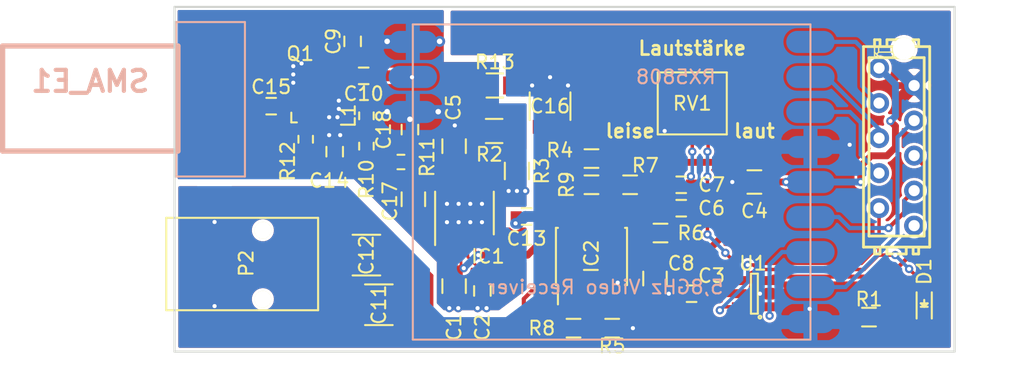
<source format=kicad_pcb>
(kicad_pcb (version 4) (host pcbnew "(2016-03-18 BZR 6629)-product")
  (title_block (title "Diversity-Modul für den RX5823") (date 2016-04-13) (rev 0.1))
  (layers (0 F.Cu signal) (31 B.Cu signal) (34 B.Paste user) (35 F.Paste user) (36 B.SilkS user) (37 F.SilkS user) (38 B.Mask user) (39 F.Mask user) (44 Edge.Cuts user))
  (net 0 "")
  (net 1 +5V)
  (net 2 GNDA)
  (net 3 "Net-(C2-Pad1)")
  (net 4 GND)
  (net 5 /+3,0V)
  (net 6 "Net-(C6-Pad1)")
  (net 7 "Net-(C6-Pad2)")
  (net 8 "Net-(C7-Pad1)")
  (net 9 "Net-(C8-Pad1)")
  (net 10 "Net-(C10-Pad1)")
  (net 11 "Net-(C10-Pad2)")
  (net 12 "Net-(C11-Pad1)")
  (net 13 "Net-(C11-Pad2)")
  (net 14 "Net-(C12-Pad1)")
  (net 15 "Net-(C12-Pad2)")
  (net 16 "Net-(C14-Pad2)")
  (net 17 "Net-(C15-Pad1)")
  (net 18 "Net-(C15-Pad2)")
  (net 19 /switch)
  (net 20 "Net-(D1-Pad1)")
  (net 21 "Net-(IC1-Pad8)")
  (net 22 "Net-(IC1-Pad9)")
  (net 23 "Net-(IC2-Pad6)")
  (net 24 "Net-(L1-Pad1)")
  (net 25 /data)
  (net 26 /video2)
  (net 27 /ss)
  (net 28 /audio1)
  (net 29 /clk)
  (net 30 /rssi)
  (net 31 "Net-(P1-Pad10)")
  (net 32 "Net-(RV1-Pad1)")
  (net 33 "Net-(U1-Pad1)")
  (module Capacitors_SMD:C_0805 (layer F.Cu) (at 112.25 100.25 270)
    (fp_text reference C1 (at 3 0 270) (layer F.SilkS))
    (fp_text value 10u)
    (pad 1 smd rect (at -1 0 270) (size 1 1.25) (layers F.Cu F.Paste F.Mask) (net 1 +5V))
    (pad 2 smd rect (at 1 0 270) (size 1 1.25) (layers F.Cu F.Paste F.Mask) (net 2 GNDA))
  )
  (module Capacitors_SMD:C_0603 (layer F.Cu) (at 114.3 100.6 270)
    (fp_text reference C2 (at 2.65 0 270) (layer F.SilkS))
    (fp_text value 10n)
    (pad 1 smd rect (at -0.75 0 270) (size 0.8 0.75) (layers F.Cu F.Paste F.Mask) (net 3 "Net-(C2-Pad1)"))
    (pad 2 smd rect (at 0.75 0 270) (size 0.8 0.75) (layers F.Cu F.Paste F.Mask) (net 2 GNDA))
  )
  (module Capacitors_SMD:C_0603 (layer F.Cu) (at 129.45 100.8 180)
    (fp_text reference C3 (at -1.45 1.3 180) (layer F.SilkS))
    (fp_text value 100n)
    (pad 1 smd rect (at -0.75 0 180) (size 0.8 0.75) (layers F.Cu F.Paste F.Mask) (net 1 +5V))
    (pad 2 smd rect (at 0.75 0 180) (size 0.8 0.75) (layers F.Cu F.Paste F.Mask) (net 4 GND))
  )
  (module Capacitors_SMD:C_0805 (layer F.Cu) (at 134 92.7 180)
    (fp_text reference C4 (at 0 -2.1 180) (layer F.SilkS))
    (fp_text value 10u)
    (pad 1 smd rect (at -1 0 180) (size 1 1.25) (layers F.Cu F.Paste F.Mask) (net 1 +5V))
    (pad 2 smd rect (at 1 0 180) (size 1 1.25) (layers F.Cu F.Paste F.Mask) (net 4 GND))
  )
  (module Capacitors_SMD:C_0805 (layer F.Cu) (at 112.25 90.1 90)
    (fp_text reference C5 (at 2.8 -0.05 90) (layer F.SilkS))
    (fp_text value 10u)
    (pad 1 smd rect (at -1 0 90) (size 1 1.25) (layers F.Cu F.Paste F.Mask) (net 5 /+3,0V))
    (pad 2 smd rect (at 1 0 90) (size 1 1.25) (layers F.Cu F.Paste F.Mask) (net 2 GNDA))
  )
  (module Capacitors_SMD:C_0603 (layer F.Cu) (at 128.7 94.6)
    (fp_text reference C6 (at 2.2 0) (layer F.SilkS))
    (fp_text value 1u)
    (pad 1 smd rect (at -0.75 0) (size 0.8 0.75) (layers F.Cu F.Paste F.Mask) (net 6 "Net-(C6-Pad1)"))
    (pad 2 smd rect (at 0.75 0) (size 0.8 0.75) (layers F.Cu F.Paste F.Mask) (net 7 "Net-(C6-Pad2)"))
  )
  (module Capacitors_SMD:C_0603 (layer F.Cu) (at 128.7 92.9)
    (fp_text reference C7 (at 2.2 0) (layer F.SilkS))
    (fp_text value 1u)
    (pad 1 smd rect (at -0.75 0) (size 0.8 0.75) (layers F.Cu F.Paste F.Mask) (net 8 "Net-(C7-Pad1)"))
    (pad 2 smd rect (at 0.75 0) (size 0.8 0.75) (layers F.Cu F.Paste F.Mask) (net 7 "Net-(C6-Pad2)"))
  )
  (module Capacitors_SMD:C_0805 (layer F.Cu) (at 126.8 99.7 270)
    (fp_text reference C8 (at -1.1 -1.9 360) (layer F.SilkS))
    (fp_text value 22u)
    (pad 1 smd rect (at -1 0 270) (size 1 1.25) (layers F.Cu F.Paste F.Mask) (net 9 "Net-(C8-Pad1)"))
    (pad 2 smd rect (at 1 0 270) (size 1 1.25) (layers F.Cu F.Paste F.Mask) (net 4 GND))
  )
  (module Capacitors_SMD:C_0603 (layer F.Cu) (at 104.9 82.5 90)
    (fp_text reference C9 (at 0 -1.4 90) (layer F.SilkS))
    (fp_text value 1p)
    (pad 1 smd rect (at -0.75 0 90) (size 0.8 0.75) (layers F.Cu F.Paste F.Mask) (net 10 "Net-(C10-Pad1)"))
    (pad 2 smd rect (at 0.75 0 90) (size 0.8 0.75) (layers F.Cu F.Paste F.Mask) (net 2 GNDA))
  )
  (module Capacitors_SMD:C_0603 (layer F.Cu) (at 105.7 85)
    (fp_text reference C10 (at 0 1.3) (layer F.SilkS))
    (fp_text value 1p)
    (pad 1 smd rect (at -0.75 0) (size 0.8 0.75) (layers F.Cu F.Paste F.Mask) (net 10 "Net-(C10-Pad1)"))
    (pad 2 smd rect (at 0.75 0) (size 0.8 0.75) (layers F.Cu F.Paste F.Mask) (net 11 "Net-(C10-Pad2)"))
  )
  (module Capacitors_SMD:C_1210 (layer F.Cu) (at 106.8 101.6 180)
    (fp_text reference C11 (at 0 0 270) (layer F.SilkS))
    (fp_text value 100µ)
    (pad 1 smd rect (at -1.5 0 180) (size 1 2.5) (layers F.Cu F.Paste F.Mask) (net 12 "Net-(C11-Pad1)"))
    (pad 2 smd rect (at 1.5 0 180) (size 1 2.5) (layers F.Cu F.Paste F.Mask) (net 13 "Net-(C11-Pad2)"))
  )
  (module Capacitors_SMD:C_1210 (layer F.Cu) (at 105.9 98 180)
    (fp_text reference C12 (at 0 0 270) (layer F.SilkS))
    (fp_text value 100µ)
    (pad 1 smd rect (at -1.5 0 180) (size 1 2.5) (layers F.Cu F.Paste F.Mask) (net 14 "Net-(C12-Pad1)"))
    (pad 2 smd rect (at 1.5 0 180) (size 1 2.5) (layers F.Cu F.Paste F.Mask) (net 15 "Net-(C12-Pad2)"))
  )
  (module Capacitors_SMD:C_0603 (layer F.Cu) (at 117.5 95.2 180)
    (fp_text reference C13 (at 0 -1.6 180) (layer F.SilkS))
    (fp_text value 100n)
    (pad 1 smd rect (at -0.75 0 180) (size 0.8 0.75) (layers F.Cu F.Paste F.Mask) (net 1 +5V))
    (pad 2 smd rect (at 0.75 0 180) (size 0.8 0.75) (layers F.Cu F.Paste F.Mask) (net 4 GND))
  )
  (module Capacitors_SMD:C_0603 (layer F.Cu) (at 103.6 90.5 270)
    (fp_text reference C14 (at 2.1 0.4 360) (layer F.SilkS))
    (fp_text value 33pF)
    (pad 1 smd rect (at -0.75 0 270) (size 0.8 0.75) (layers F.Cu F.Paste F.Mask) (net 2 GNDA))
    (pad 2 smd rect (at 0.75 0 270) (size 0.8 0.75) (layers F.Cu F.Paste F.Mask) (net 16 "Net-(C14-Pad2)"))
  )
  (module Capacitors_SMD:C_0603 (layer F.Cu) (at 99 87.2)
    (fp_text reference C15 (at 0 -1.4) (layer F.SilkS))
    (fp_text value 22p)
    (pad 1 smd rect (at -0.75 0) (size 0.8 0.75) (layers F.Cu F.Paste F.Mask) (net 17 "Net-(C15-Pad1)"))
    (pad 2 smd rect (at 0.75 0) (size 0.8 0.75) (layers F.Cu F.Paste F.Mask) (net 18 "Net-(C15-Pad2)"))
  )
  (module Capacitors_SMD:C_1210 (layer F.Cu) (at 119.2 87.2 90)
    (fp_text reference C16 (at 0 0 180) (layer F.SilkS))
    (fp_text value 100µ)
    (pad 1 smd rect (at -1.5 0 90) (size 1 2.5) (layers F.Cu F.Paste F.Mask) (net 1 +5V))
    (pad 2 smd rect (at 1.5 0 90) (size 1 2.5) (layers F.Cu F.Paste F.Mask) (net 4 GND))
  )
  (module Capacitors_SMD:C_0805 (layer F.Cu) (at 109.3 93.95 270)
    (fp_text reference C17 (at 0.15 1.7 270) (layer F.SilkS))
    (fp_text value 10u)
    (pad 1 smd rect (at -1 0 270) (size 1 1.25) (layers F.Cu F.Paste F.Mask) (net 5 /+3,0V))
    (pad 2 smd rect (at 1 0 270) (size 1 1.25) (layers F.Cu F.Paste F.Mask) (net 2 GNDA))
  )
  (module Capacitors_SMD:C_0603 (layer F.Cu) (at 109.05 88.9 90)
    (fp_text reference C18 (at 0 -1.9 90) (layer F.SilkS))
    (fp_text value 100n)
    (pad 1 smd rect (at -0.75 0 90) (size 0.8 0.75) (layers F.Cu F.Paste F.Mask) (net 5 /+3,0V))
    (pad 2 smd rect (at 0.75 0 90) (size 0.8 0.75) (layers F.Cu F.Paste F.Mask) (net 2 GNDA))
  )
  (module LEDs:LED_0603 (layer F.Cu) (at 146.3 101.5 90)
    (fp_text reference D1 (at 2.3 0 90) (layer F.SilkS))
    (fp_text value red)
    (pad 2 smd rect (at 0.7493 0 270) (size 0.79756 0.79756) (layers F.Cu F.Paste F.Mask) (net 19 /switch))
    (pad 1 smd rect (at -0.7493 0 270) (size 0.79756 0.79756) (layers F.Cu F.Paste F.Mask) (net 20 "Net-(D1-Pad1)"))
  )
  (module Housings_DFN_QFN:DFN-12-1EP_4x4mm_Pitch0.5mm (layer F.Cu) (at 113 94.95 90)
    (fp_text reference IC1 (at -3.15 1.7 180) (layer F.SilkS))
    (fp_text value LP38798)
    (pad 1 smd rect (at -1.9 -1.25 90) (size 0.7 0.25) (layers F.Cu F.Paste F.Mask) (net 1 +5V))
    (pad 2 smd rect (at -1.9 -0.75 90) (size 0.7 0.25) (layers F.Cu F.Paste F.Mask) (net 1 +5V))
    (pad 3 smd rect (at -1.9 -0.25 90) (size 0.7 0.25) (layers F.Cu F.Paste F.Mask) (net 1 +5V))
    (pad 4 smd rect (at -1.9 0.25 90) (size 0.7 0.25) (layers F.Cu F.Paste F.Mask) (net 3 "Net-(C2-Pad1)"))
    (pad 5 smd rect (at -1.9 0.75 90) (size 0.7 0.25) (layers F.Cu F.Paste F.Mask) (net 1 +5V))
    (pad 6 smd rect (at -1.9 1.25 90) (size 0.7 0.25) (layers F.Cu F.Paste F.Mask) (net 2 GNDA))
    (pad 7 smd rect (at 1.9 1.25 90) (size 0.7 0.25) (layers F.Cu F.Paste F.Mask) (net 2 GNDA))
    (pad 8 smd rect (at 1.9 0.75 90) (size 0.7 0.25) (layers F.Cu F.Paste F.Mask) (net 21 "Net-(IC1-Pad8)"))
    (pad 9 smd rect (at 1.9 0.25 90) (size 0.7 0.25) (layers F.Cu F.Paste F.Mask) (net 22 "Net-(IC1-Pad9)"))
    (pad 10 smd rect (at 1.9 -0.25 90) (size 0.7 0.25) (layers F.Cu F.Paste F.Mask) (net 5 /+3,0V))
    (pad 11 smd rect (at 1.9 -0.75 90) (size 0.7 0.25) (layers F.Cu F.Paste F.Mask) (net 5 /+3,0V))
    (pad 12 smd rect (at 1.9 -1.25 90) (size 0.7 0.25) (layers F.Cu F.Paste F.Mask) (net 5 /+3,0V))
    (pad 13 smd rect (at 0.665 1.2675 90) (size 1.33 0.845) (layers F.Cu F.Paste F.Mask) (net 2 GNDA))
    (pad 13 smd rect (at 0.665 0.4225 90) (size 1.33 0.845) (layers F.Cu F.Paste F.Mask) (net 2 GNDA))
    (pad 13 smd rect (at 0.665 -0.4225 90) (size 1.33 0.845) (layers F.Cu F.Paste F.Mask) (net 2 GNDA))
    (pad 13 smd rect (at 0.665 -1.2675 90) (size 1.33 0.845) (layers F.Cu F.Paste F.Mask) (net 2 GNDA))
    (pad 13 smd rect (at -0.665 1.2675 90) (size 1.33 0.845) (layers F.Cu F.Paste F.Mask) (net 2 GNDA))
    (pad 13 smd rect (at -0.665 0.4225 90) (size 1.33 0.845) (layers F.Cu F.Paste F.Mask) (net 2 GNDA))
    (pad 13 smd rect (at -0.665 -0.4225 90) (size 1.33 0.845) (layers F.Cu F.Paste F.Mask) (net 2 GNDA))
    (pad 13 smd rect (at -0.665 -1.2675 90) (size 1.33 0.845) (layers F.Cu F.Paste F.Mask) (net 2 GNDA))
  )
  (module Housings_SOIC:SOIC-8_3.9x4.9mm_Pitch1.27mm (layer F.Cu) (at 122.2 98.1 90)
    (fp_text reference IC2 (at 0 0 90) (layer F.SilkS))
    (fp_text value TDA1308A)
    (pad 1 smd rect (at -2.7 -1.905 90) (size 1.55 0.6) (layers F.Cu F.Paste F.Mask) (net 12 "Net-(C11-Pad1)"))
    (pad 2 smd rect (at -2.7 -0.635 90) (size 1.55 0.6) (layers F.Cu F.Paste F.Mask) (net 9 "Net-(C8-Pad1)"))
    (pad 3 smd rect (at -2.7 0.635 90) (size 1.55 0.6) (layers F.Cu F.Paste F.Mask) (net 9 "Net-(C8-Pad1)"))
    (pad 4 smd rect (at -2.7 1.905 90) (size 1.55 0.6) (layers F.Cu F.Paste F.Mask) (net 4 GND))
    (pad 5 smd rect (at 2.7 1.905 90) (size 1.55 0.6) (layers F.Cu F.Paste F.Mask) (net 9 "Net-(C8-Pad1)"))
    (pad 6 smd rect (at 2.7 0.635 90) (size 1.55 0.6) (layers F.Cu F.Paste F.Mask) (net 23 "Net-(IC2-Pad6)"))
    (pad 7 smd rect (at 2.7 -0.635 90) (size 1.55 0.6) (layers F.Cu F.Paste F.Mask) (net 14 "Net-(C12-Pad1)"))
    (pad 8 smd rect (at 2.7 -1.905 90) (size 1.55 0.6) (layers F.Cu F.Paste F.Mask) (net 1 +5V))
  )
  (module Resistors_SMD:R_0402 (layer F.Cu) (at 105.9 87.9 90)
    (fp_text reference L1 (at 0 -1.3 90) (layer F.SilkS))
    (fp_text value 1,8nH)
    (pad 1 smd rect (at -0.45 0 90) (size 0.4 0.6) (layers F.Cu F.Paste F.Mask) (net 24 "Net-(L1-Pad1)"))
    (pad 2 smd rect (at 0.45 0 90) (size 0.4 0.6) (layers F.Cu F.Paste F.Mask) (net 10 "Net-(C10-Pad1)"))
  )
  (module PhilippsFootprints:MICROMATCH-10 (layer F.Cu) (at 144.3 90.15 90)
    (fp_text reference P1 hide)
    (fp_text value CONN_02X05)
    (pad 1 thru_hole circle (at 5.715 -1.27 90) (size 1.45 1.45) (drill 0.8128) (layers *.Cu *.Mask) (net 1 +5V))
    (pad 2 thru_hole circle (at 4.445 1.27 90) (size 1.45 1.45) (drill 0.8128) (layers *.Cu *.Mask) (net 4 GND))
    (pad 3 thru_hole circle (at 3.175 -1.27 90) (size 1.45 1.45) (drill 0.8128) (layers *.Cu *.Mask) (net 25 /data))
    (pad 4 thru_hole circle (at 1.905 1.27 90) (size 1.45 1.45) (drill 0.8128) (layers *.Cu *.Mask) (net 26 /video2))
    (pad 5 thru_hole circle (at 0.635 -1.27 90) (size 1.45 1.45) (drill 0.8128) (layers *.Cu *.Mask) (net 27 /ss))
    (pad 6 thru_hole circle (at -0.635 1.27 90) (size 1.45 1.45) (drill 0.8128) (layers *.Cu *.Mask) (net 28 /audio1))
    (pad 7 thru_hole circle (at -1.905 -1.27 90) (size 1.45 1.45) (drill 0.8128) (layers *.Cu *.Mask) (net 29 /clk))
    (pad 8 thru_hole circle (at -3.175 1.27 90) (size 1.45 1.45) (drill 0.8128) (layers *.Cu *.Mask) (net 30 /rssi))
    (pad 9 thru_hole circle (at -4.445 -1.27 90) (size 1.45 1.45) (drill 0.8128) (layers *.Cu *.Mask) (net 19 /switch))
    (pad 10 thru_hole circle (at -5.715 1.27 90) (size 1.45 1.45) (drill 0.8128) (layers *.Cu *.Mask) (net 31 "Net-(P1-Pad10)"))
    (pad "" np_thru_hole circle (at 7.115 0.53 90) (size 1.6 1.6) (drill 1.6) (layers *.Cu *.Mask F.SilkS))
  )
  (module TO_SOT_Packages_SMD:SOT-143 (layer F.Cu) (at 102.3 86.1)
    (fp_text reference Q1 (at -1.2 -2.7) (layer F.SilkS))
    (fp_text value BFP840)
    (pad 1 smd rect (at -0.76962 1.09982) (size 1.19888 1.39954) (layers F.Cu F.Paste F.Mask) (net 18 "Net-(C15-Pad2)"))
    (pad 2 smd rect (at 0.94996 1.09982) (size 1.00076 1.39954) (layers F.Cu F.Paste F.Mask) (net 2 GNDA))
    (pad 3 smd rect (at 0.94996 -1.09982) (size 1.00076 1.39954) (layers F.Cu F.Paste F.Mask) (net 10 "Net-(C10-Pad1)"))
    (pad 4 smd rect (at -0.94996 -1.09982) (size 1.00076 1.39954) (layers F.Cu F.Paste F.Mask) (net 2 GNDA))
  )
  (module Resistors_SMD:R_0603 (layer F.Cu) (at 142.3 102.5 180)
    (fp_text reference R1 (at 0 1.3 180) (layer F.SilkS))
    (fp_text value 220)
    (pad 1 smd rect (at -0.75 0 180) (size 0.5 0.9) (layers F.Cu F.Paste F.Mask) (net 20 "Net-(D1-Pad1)"))
    (pad 2 smd rect (at 0.75 0 180) (size 0.5 0.9) (layers F.Cu F.Paste F.Mask) (net 4 GND))
  )
  (module Resistors_SMD:R_0805 (layer F.Cu) (at 115.15 89)
    (fp_text reference R2 (at -0.35 1.7) (layer F.SilkS))
    (fp_text value "21k 0,1%")
    (pad 1 smd rect (at -0.95 0) (size 0.7 1.3) (layers F.Cu F.Paste F.Mask) (net 22 "Net-(IC1-Pad9)"))
    (pad 2 smd rect (at 0.95 0) (size 0.7 1.3) (layers F.Cu F.Paste F.Mask) (net 21 "Net-(IC1-Pad8)"))
  )
  (module Resistors_SMD:R_0805 (layer F.Cu) (at 116.8 91.9 270)
    (fp_text reference R3 (at 0 -1.8 270) (layer F.SilkS))
    (fp_text value "14k 0,1%")
    (pad 1 smd rect (at -0.95 0 270) (size 0.7 1.3) (layers F.Cu F.Paste F.Mask) (net 21 "Net-(IC1-Pad8)"))
    (pad 2 smd rect (at 0.95 0 270) (size 0.7 1.3) (layers F.Cu F.Paste F.Mask) (net 2 GNDA))
  )
  (module Resistors_SMD:R_0603 (layer F.Cu) (at 122.2 91)
    (fp_text reference R4 (at -2.3 -0.6) (layer F.SilkS))
    (fp_text value 10k)
    (pad 1 smd rect (at -0.75 0) (size 0.5 0.9) (layers F.Cu F.Paste F.Mask) (net 1 +5V))
    (pad 2 smd rect (at 0.75 0) (size 0.5 0.9) (layers F.Cu F.Paste F.Mask) (net 9 "Net-(C8-Pad1)"))
  )
  (module Resistors_SMD:R_0603 (layer F.Cu) (at 123.7 103.3)
    (fp_text reference R5 (at 0 1.3) (layer F.SilkS))
    (fp_text value 10k)
    (pad 1 smd rect (at -0.75 0) (size 0.5 0.9) (layers F.Cu F.Paste F.Mask) (net 9 "Net-(C8-Pad1)"))
    (pad 2 smd rect (at 0.75 0) (size 0.5 0.9) (layers F.Cu F.Paste F.Mask) (net 4 GND))
  )
  (module Resistors_SMD:R_0603 (layer F.Cu) (at 127.2 96.4)
    (fp_text reference R6 (at 2.2 0) (layer F.SilkS))
    (fp_text value 3,9k)
    (pad 1 smd rect (at -0.75 0) (size 0.5 0.9) (layers F.Cu F.Paste F.Mask) (net 9 "Net-(C8-Pad1)"))
    (pad 2 smd rect (at 0.75 0) (size 0.5 0.9) (layers F.Cu F.Paste F.Mask) (net 6 "Net-(C6-Pad1)"))
  )
  (module Resistors_SMD:R_0603 (layer F.Cu) (at 125 92.9)
    (fp_text reference R7 (at 1.1 -1.4) (layer F.SilkS))
    (fp_text value 3,9k)
    (pad 1 smd rect (at -0.75 0) (size 0.5 0.9) (layers F.Cu F.Paste F.Mask) (net 23 "Net-(IC2-Pad6)"))
    (pad 2 smd rect (at 0.75 0) (size 0.5 0.9) (layers F.Cu F.Paste F.Mask) (net 8 "Net-(C7-Pad1)"))
  )
  (module Resistors_SMD:R_0603 (layer F.Cu) (at 120.9 103.3)
    (fp_text reference R8 (at -2.3 0) (layer F.SilkS))
    (fp_text value 39k)
    (pad 1 smd rect (at -0.75 0) (size 0.5 0.9) (layers F.Cu F.Paste F.Mask) (net 12 "Net-(C11-Pad1)"))
    (pad 2 smd rect (at 0.75 0) (size 0.5 0.9) (layers F.Cu F.Paste F.Mask) (net 9 "Net-(C8-Pad1)"))
  )
  (module Resistors_SMD:R_0603 (layer F.Cu) (at 122.2 92.9)
    (fp_text reference R9 (at -1.8 0 90) (layer F.SilkS))
    (fp_text value 39k)
    (pad 1 smd rect (at -0.75 0) (size 0.5 0.9) (layers F.Cu F.Paste F.Mask) (net 14 "Net-(C12-Pad1)"))
    (pad 2 smd rect (at 0.75 0) (size 0.5 0.9) (layers F.Cu F.Paste F.Mask) (net 23 "Net-(IC2-Pad6)"))
  )
  (module Resistors_SMD:R_0402 (layer F.Cu) (at 105.9 90.1 90)
    (fp_text reference R10 (at -2.4 0 90) (layer F.SilkS))
    (fp_text value 51)
    (pad 1 smd rect (at -0.45 0 90) (size 0.4 0.6) (layers F.Cu F.Paste F.Mask) (net 16 "Net-(C14-Pad2)"))
    (pad 2 smd rect (at 0.45 0 90) (size 0.4 0.6) (layers F.Cu F.Paste F.Mask) (net 24 "Net-(L1-Pad1)"))
  )
  (module Resistors_SMD:R_0402 (layer F.Cu) (at 108.4 91.25)
    (fp_text reference R11 (at 1.9 -0.35 90) (layer F.SilkS))
    (fp_text value 51)
    (pad 1 smd rect (at -0.45 0) (size 0.4 0.6) (layers F.Cu F.Paste F.Mask) (net 16 "Net-(C14-Pad2)"))
    (pad 2 smd rect (at 0.45 0) (size 0.4 0.6) (layers F.Cu F.Paste F.Mask) (net 5 /+3,0V))
  )
  (module Resistors_SMD:R_0402 (layer F.Cu) (at 101.5 89.6 270)
    (fp_text reference R12 (at 1.6 1.3 270) (layer F.SilkS))
    (fp_text value 27k)
    (pad 1 smd rect (at -0.45 0 270) (size 0.4 0.6) (layers F.Cu F.Paste F.Mask) (net 18 "Net-(C15-Pad2)"))
    (pad 2 smd rect (at 0.45 0 270) (size 0.4 0.6) (layers F.Cu F.Paste F.Mask) (net 16 "Net-(C14-Pad2)"))
  )
  (module PhilippsFootprints:RX5808 (layer B.Cu) (at 124.5 92.7)
    (fp_text reference U2 hide)
    (fp_text value RX5808 (at 3.81 -7.62) (layer B.SilkS) (effects (justify mirror)))
    (fp_text user "5,8GHz Video Receiver" (at -1.27 7.62) (layer B.SilkS) (effects (justify mirror)))
    (pad 1 smd oval (at -15.24 -5.08) (size 3.5 1.6) (layers B.Cu B.Paste B.Mask) (net 2 GNDA))
    (pad 2 smd oval (at -15.24 -7.62) (size 3.5 1.6) (layers B.Cu B.Paste B.Mask) (net 11 "Net-(C10-Pad2)"))
    (pad 3 smd oval (at -15.24 -10.16) (size 3.5 1.6) (layers B.Cu B.Paste B.Mask) (net 2 GNDA))
    (pad 4 smd oval (at 13.56 -10.16) (size 3.5 1.6) (layers B.Cu B.Paste B.Mask) (net 25 /data))
    (pad 5 smd oval (at 13.56 -7.62) (size 3.5 1.6) (layers B.Cu B.Paste B.Mask) (net 27 /ss))
    (pad 6 smd oval (at 13.56 -5.08) (size 3.5 1.6) (layers B.Cu B.Paste B.Mask) (net 29 /clk))
    (pad 7 smd oval (at 13.56 -2.54) (size 3.5 1.6) (layers B.Cu B.Paste B.Mask) (net 4 GND))
    (pad 8 smd oval (at 13.56 0) (size 3.5 1.6) (layers B.Cu B.Paste B.Mask) (net 1 +5V))
    (pad 9 smd oval (at 13.56 2.54) (size 3.5 1.6) (layers B.Cu B.Paste B.Mask) (net 30 /rssi))
    (pad 10 smd oval (at 13.56 5.08) (size 3.5 1.6) (layers B.Cu B.Paste B.Mask) (net 33 "Net-(U1-Pad1)"))
    (pad 11 smd oval (at 13.56 7.62) (size 3.5 1.6) (layers B.Cu B.Paste B.Mask) (net 26 /video2))
    (pad 12 smd oval (at 13.56 10.16) (size 3.5 1.6) (layers B.Cu B.Paste B.Mask) (net 4 GND))
  )
  (module TO_SOT_Packages_SMD:SOT-23-6 (layer F.Cu) (at 134 100.8 180)
    (fp_text reference U1 (at 0.1 2.2 180) (layer F.SilkS))
    (fp_text value sn74lvc1g3157)
    (pad 1 smd rect (at -1.1 -0.95 180) (size 1.06 0.65) (layers F.Cu F.Paste F.Mask) (net 33 "Net-(U1-Pad1)"))
    (pad 2 smd rect (at -1.1 0 180) (size 1.06 0.65) (layers F.Cu F.Paste F.Mask) (net 4 GND))
    (pad 3 smd rect (at -1.1 0.95 180) (size 1.06 0.65) (layers F.Cu F.Paste F.Mask) (net 28 /audio1))
    (pad 4 smd rect (at 1.1 0.95 180) (size 1.06 0.65) (layers F.Cu F.Paste F.Mask) (net 32 "Net-(RV1-Pad1)"))
    (pad 6 smd rect (at 1.1 -0.95 180) (size 1.06 0.65) (layers F.Cu F.Paste F.Mask) (net 19 /switch))
    (pad 5 smd rect (at 1.1 0 180) (size 1.06 0.65) (layers F.Cu F.Paste F.Mask) (net 1 +5V))
  )
  (module PhilippsFootprints:LUM1503-SMD (layer F.Cu) (at 97 98.7)
    (fp_text reference P2 (at 0.2 -0.1 90) (layer F.SilkS))
    (fp_text value CONN_01X03)
    (pad 3 smd rect (at 6.1 4) (size 1.5 1.5) (layers F.Cu F.Paste F.Mask) (net 13 "Net-(C11-Pad2)"))
    (pad 1 smd rect (at 6.1 -4.1) (size 1.5 1.5) (layers F.Cu F.Paste F.Mask) (net 15 "Net-(C12-Pad2)"))
    (pad 2 smd rect (at -2.1 4.1) (size 1.5 2.2) (layers F.Cu F.Paste F.Mask) (net 4 GND))
    (pad 2 smd rect (at -2.1 -4.2) (size 1.5 2.2) (layers F.Cu F.Paste F.Mask) (net 4 GND))
    (pad "" np_thru_hole circle (at 1.4 -2.5) (size 1.2 1.2) (drill 1.2) (layers *.Cu *.Mask F.SilkS))
    (pad "" np_thru_hole circle (at 1.4 2.5) (size 1.2 1.2) (drill 1.2) (layers *.Cu *.Mask F.SilkS))
  )
  (module Resistors_SMD:R_0805 (layer F.Cu) (at 115.2 85.7 180)
    (fp_text reference R13 (at 0 1.7 180) (layer F.SilkS))
    (fp_text value 0)
    (pad 1 smd rect (at -0.95 0 180) (size 0.7 1.3) (layers F.Cu F.Paste F.Mask) (net 4 GND))
    (pad 2 smd rect (at 0.95 0 180) (size 0.7 1.3) (layers F.Cu F.Paste F.Mask) (net 2 GNDA))
  )
  (module PhilippsFootprints:Poti-SMD-Model-23A (layer F.Cu) (at 129.5 87)
    (fp_text reference RV1 (at 0 0) (layer F.SilkS))
    (fp_text value POT)
    (pad 2 smd rect (at 0 -2) (size 2 2) (layers F.Cu F.Paste F.Mask) (net 7 "Net-(C6-Pad2)"))
    (pad 3 smd rect (at -1.15 2) (size 1.3 2) (layers F.Cu F.Paste F.Mask) (net 4 GND))
    (pad 1 smd rect (at 1.15 2) (size 1.3 2) (layers F.Cu F.Paste F.Mask) (net 32 "Net-(RV1-Pad1)"))
  )
  (module PhilippsFootprints:SMA_EDGE_Johnson_142-0701-801 (layer B.Cu) (at 85.9 86.7 180)
    (fp_text reference SMA_E1 (at 0 1.3 180) (layer B.SilkS) (effects (font (thickness 0.3048)) (justify mirror)))
    (fp_text value SMA_EDGE hide)
    (pad 0 connect rect (at -8.9 4.4 180) (size 4.572 2.413) (layers *.Mask F.Cu) (net 2 GNDA))
    (pad 1 connect trapezoid (at -6.858 0.03 180) (size 0.50038 1.39954) (rect_delta 0.59944 0) (layers F.Cu F.Mask) (net 17 "Net-(C15-Pad1)"))
    (pad 2 connect rect (at -8.9 -4.4 180) (size 4.572 2.413) (layers *.Mask F.Cu) (net 2 GNDA))
    (pad 1 connect rect (at -9.144 0.03 180) (size 4.07162 2.2) (layers F.Cu F.Mask) (net 17 "Net-(C15-Pad1)"))
  )
  (gr_line (start 92 80) (end 92 105) (angle 90) (layer Edge.Cuts) (width 0.15))
  (gr_line (start 148.5 80) (end 148.5 105) (angle 90) (layer Edge.Cuts) (width 0.15))
  (gr_line (start 148.5 80) (end 92 80) (angle 90) (layer Edge.Cuts) (width 0.15))
  (gr_text laut (at 134 89) (layer F.SilkS) (effects (font (size 1 1) (thickness 0.2))))
  (gr_text leise (at 125 89) (layer F.SilkS) (effects (font (size 1 1) (thickness 0.2))))
  (gr_text Lautstärke (at 129.5 83) (layer F.SilkS) (effects (font (size 1 1) (thickness 0.2))))
  (gr_line (start 92 105) (end 148.5 105) (angle 90) (layer Edge.Cuts) (width 0.15))
  (segment (start 144.215778 87.912373) (end 144.149021 87.97913) (width 0.5) (layer B.Cu) (net 1))
  (segment (start 144.215778 85.620778) (end 144.215778 87.912373) (width 0.5) (layer B.Cu) (net 1))
  (segment (start 143.03 84.435) (end 144.215778 85.620778) (width 0.5) (layer B.Cu) (net 1))
  (segment (start 144.215778 88.645885) (end 144.149021 88.579128) (width 0.5) (layer F.Cu) (net 1))
  (segment (start 144.149021 88.579128) (end 143.849022 88.279129) (width 0.5) (layer F.Cu) (net 1))
  (segment (start 144.215778 90.184222) (end 144.215778 88.645885) (width 0.5) (layer F.Cu) (net 1))
  (segment (start 143.60003 90.79997) (end 144.215778 90.184222) (width 0.5) (layer F.Cu) (net 1))
  (segment (start 141.7 92.7) (end 141.7 91.553982) (width 0.5) (layer F.Cu) (net 1))
  (segment (start 141.7 91.553982) (end 142.454012 90.79997) (width 0.5) (layer F.Cu) (net 1))
  (via (at 143.849022 88.279129) (size 0.6) (drill 0.3) (layers F.Cu B.Cu) (net 1))
  (segment (start 144.149021 87.97913) (end 143.849022 88.279129) (width 0.5) (layer B.Cu) (net 1))
  (segment (start 142.454012 90.79997) (end 143.60003 90.79997) (width 0.5) (layer F.Cu) (net 1))
  (segment (start 114 98) (end 113.9 98) (width 0.5) (layer B.Cu) (net 1))
  (segment (start 113.9 98) (end 112.95 98.95) (width 0.5) (layer B.Cu) (net 1))
  (segment (start 119.2 88.7) (end 120.95 88.7) (width 0.5) (layer F.Cu) (net 1))
  (segment (start 126.17406 91.27406) (end 134.69906 91.27406) (width 0.5) (layer F.Cu) (net 1))
  (segment (start 120.95 88.7) (end 121.85 89.6) (width 0.5) (layer F.Cu) (net 1))
  (segment (start 121.85 89.6) (end 124.5 89.6) (width 0.5) (layer F.Cu) (net 1))
  (segment (start 124.5 89.6) (end 126.17406 91.27406) (width 0.5) (layer F.Cu) (net 1))
  (segment (start 134.69906 91.27406) (end 135 91.575) (width 0.5) (layer F.Cu) (net 1))
  (segment (start 135 91.575) (end 135 92.7) (width 0.5) (layer F.Cu) (net 1))
  (segment (start 138.06 92.7) (end 141.7 92.7) (width 0.5) (layer B.Cu) (net 1))
  (segment (start 114 98) (end 117.574011 98) (width 0.5) (layer F.Cu) (net 1))
  (segment (start 117.574011 98) (end 118.25 97.324011) (width 0.5) (layer F.Cu) (net 1))
  (segment (start 118.25 97.324011) (end 118.25 95.2) (width 0.5) (layer F.Cu) (net 1))
  (segment (start 118.25 95.2) (end 118.25 91.55) (width 0.5) (layer F.Cu) (net 1))
  (segment (start 118.25 91.55) (end 119.2 90.6) (width 0.5) (layer F.Cu) (net 1))
  (segment (start 135 92.7) (end 135 93.314405) (width 0.5) (layer F.Cu) (net 1))
  (segment (start 135 93.314405) (end 130.2 98.114405) (width 0.5) (layer F.Cu) (net 1))
  (segment (start 130.2 98.114405) (end 130.2 100.8) (width 0.5) (layer F.Cu) (net 1))
  (segment (start 136.3 92.7) (end 135 92.7) (width 0.5) (layer F.Cu) (net 1))
  (segment (start 138.06 92.7) (end 136.3 92.7) (width 0.5) (layer B.Cu) (net 1))
  (via (at 136.3 92.7) (size 0.6) (drill 0.3) (layers F.Cu B.Cu) (net 1))
  (segment (start 132.9 100.8) (end 130.2 100.8) (width 0.5) (layer F.Cu) (net 1))
  (via (at 141.7 92.7) (size 0.6) (drill 0.3) (layers F.Cu B.Cu) (net 1))
  (segment (start 119.2 90.6) (end 119.2 89.8) (width 0.5) (layer F.Cu) (net 1))
  (segment (start 121.45 91) (end 119.6 91) (width 0.5) (layer F.Cu) (net 1))
  (segment (start 119.6 91) (end 119.2 90.6) (width 0.5) (layer F.Cu) (net 1))
  (segment (start 119.2 89.8) (end 119.2 88.7) (width 0.5) (layer F.Cu) (net 1))
  (segment (start 118.25 95.2) (end 119.3 95.2) (width 0.5) (layer F.Cu) (net 1))
  (segment (start 119.5 95.4) (end 120.295 95.4) (width 0.5) (layer F.Cu) (net 1))
  (segment (start 119.3 95.2) (end 119.5 95.4) (width 0.5) (layer F.Cu) (net 1))
  (segment (start 113.75 96.85) (end 113.75 97.75) (width 0.2) (layer F.Cu) (net 1))
  (segment (start 112.95 98.95) (end 112.65 99.25) (width 0.2) (layer F.Cu) (net 1))
  (via (at 112.95 98.95) (size 0.6) (drill 0.3) (layers F.Cu B.Cu) (net 1))
  (via (at 114 98) (size 0.6) (drill 0.3) (layers F.Cu B.Cu) (net 1))
  (segment (start 113.75 97.75) (end 114 98) (width 0.2) (layer F.Cu) (net 1))
  (segment (start 112.65 99.25) (end 112.25 99.25) (width 0.2) (layer F.Cu) (net 1))
  (segment (start 112.75 96.85) (end 112.75 98.75) (width 0.2) (layer F.Cu) (net 1))
  (segment (start 112.75 98.75) (end 112.25 99.25) (width 0.2) (layer F.Cu) (net 1))
  (segment (start 112.25 96.85) (end 112.25 99.25) (width 0.2) (layer F.Cu) (net 1))
  (segment (start 111.75 96.85) (end 111.75 98.75) (width 0.2) (layer F.Cu) (net 1))
  (segment (start 111.75 98.75) (end 112.25 99.25) (width 0.2) (layer F.Cu) (net 1))
  (segment (start 114.25 85.7) (end 112.8 85.7) (width 0.25) (layer F.Cu) (net 2))
  (segment (start 112.25 86.25) (end 112.25 89.1) (width 0.25) (layer F.Cu) (net 2))
  (segment (start 112.8 85.7) (end 112.25 86.25) (width 0.25) (layer F.Cu) (net 2))
  (segment (start 112.25 89.1) (end 112.25 88.65) (width 0.5) (layer F.Cu) (net 2))
  (segment (start 112.25 88.65) (end 112.3 88.6) (width 0.5) (layer F.Cu) (net 2))
  (via (at 112.3 88.6) (size 0.6) (drill 0.3) (layers F.Cu B.Cu) (net 2))
  (segment (start 103.6 89.7) (end 104 89.3) (width 0.3) (layer F.Cu) (net 2))
  (via (at 104 89.3) (size 0.6) (drill 0.3) (layers F.Cu B.Cu) (net 2))
  (segment (start 103.6 89.75) (end 103.6 89.7) (width 0.3) (layer F.Cu) (net 2))
  (segment (start 103.6 89.7) (end 103.2 89.3) (width 0.3) (layer F.Cu) (net 2))
  (via (at 103.2 89.3) (size 0.6) (drill 0.3) (layers F.Cu B.Cu) (net 2))
  (segment (start 109.26 87.62) (end 111.08 87.62) (width 0.2) (layer B.Cu) (net 2))
  (via (at 111.1 87.6) (size 0.8) (drill 0.4) (layers F.Cu B.Cu) (net 2))
  (segment (start 111.08 87.62) (end 111.1 87.6) (width 0.2) (layer B.Cu) (net 2))
  (via (at 109.05 88.15) (size 0.8) (drill 0.4) (layers F.Cu B.Cu) (net 2))
  (segment (start 109.05 88.15) (end 109.26 87.94) (width 0.2) (layer B.Cu) (net 2))
  (segment (start 109.26 87.94) (end 109.26 87.62) (width 0.2) (layer B.Cu) (net 2))
  (segment (start 109.26 87.62) (end 107.42 87.62) (width 0.2) (layer B.Cu) (net 2))
  (via (at 107.4 87.6) (size 0.8) (drill 0.4) (layers F.Cu B.Cu) (net 2))
  (segment (start 107.42 87.62) (end 107.4 87.6) (width 0.2) (layer B.Cu) (net 2))
  (segment (start 109.26 82.54) (end 111.16 82.54) (width 0.2) (layer B.Cu) (net 2))
  (via (at 111.2 82.5) (size 0.8) (drill 0.4) (layers F.Cu B.Cu) (net 2))
  (segment (start 111.16 82.54) (end 111.2 82.5) (width 0.2) (layer B.Cu) (net 2))
  (segment (start 109.26 82.54) (end 107.44 82.54) (width 0.2) (layer B.Cu) (net 2))
  (via (at 107.4 82.5) (size 0.8) (drill 0.4) (layers F.Cu B.Cu) (net 2))
  (segment (start 107.44 82.54) (end 107.4 82.5) (width 0.2) (layer B.Cu) (net 2))
  (segment (start 109.26 82.54) (end 107.54 82.54) (width 0.2) (layer B.Cu) (net 2))
  (segment (start 116.8 92.85) (end 116.9 92.85) (width 0.2) (layer F.Cu) (net 2))
  (segment (start 116.9 92.85) (end 117.4 93.35) (width 0.2) (layer F.Cu) (net 2))
  (via (at 117.4 93.35) (size 0.6) (drill 0.3) (layers F.Cu B.Cu) (net 2))
  (segment (start 116.8 92.85) (end 116.7 92.85) (width 0.2) (layer F.Cu) (net 2))
  (segment (start 116.7 92.85) (end 116.2 93.35) (width 0.2) (layer F.Cu) (net 2))
  (via (at 116.2 93.35) (size 0.6) (drill 0.3) (layers F.Cu B.Cu) (net 2))
  (segment (start 116.8 92.85) (end 116.8 93.35) (width 0.2) (layer F.Cu) (net 2))
  (via (at 116.8 93.35) (size 0.6) (drill 0.3) (layers F.Cu B.Cu) (net 2))
  (segment (start 114.25 93.05) (end 114.55 93.05) (width 0.2) (layer F.Cu) (net 2))
  (segment (start 114.75 92.85) (end 116.8 92.85) (width 0.2) (layer F.Cu) (net 2))
  (segment (start 114.55 93.05) (end 114.75 92.85) (width 0.2) (layer F.Cu) (net 2))
  (segment (start 114.3 101.35) (end 114.3 101.55) (width 0.2) (layer F.Cu) (net 2))
  (segment (start 114.3 101.55) (end 114.6 101.85) (width 0.2) (layer F.Cu) (net 2))
  (via (at 114.6 101.85) (size 0.6) (drill 0.3) (layers F.Cu B.Cu) (net 2))
  (segment (start 114.3 101.35) (end 114.3 101.5) (width 0.2) (layer F.Cu) (net 2))
  (segment (start 114.3 101.5) (end 113.95 101.85) (width 0.2) (layer F.Cu) (net 2))
  (via (at 113.95 101.85) (size 0.6) (drill 0.3) (layers F.Cu B.Cu) (net 2))
  (segment (start 112.25 101.25) (end 112.25 101.55) (width 0.2) (layer F.Cu) (net 2))
  (segment (start 112.25 101.55) (end 112.55 101.85) (width 0.2) (layer F.Cu) (net 2))
  (via (at 112.55 101.85) (size 0.6) (drill 0.3) (layers F.Cu B.Cu) (net 2))
  (segment (start 112.25 101.25) (end 112.25 101.5) (width 0.2) (layer F.Cu) (net 2))
  (segment (start 112.25 101.5) (end 111.9 101.85) (width 0.2) (layer F.Cu) (net 2))
  (via (at 111.9 101.85) (size 0.6) (drill 0.3) (layers F.Cu B.Cu) (net 2))
  (segment (start 109.3 94.95) (end 111.0675 94.95) (width 0.2) (layer F.Cu) (net 2))
  (segment (start 111.0675 94.95) (end 111.7325 95.615) (width 0.2) (layer F.Cu) (net 2))
  (via (at 114.2675 94.285) (size 0.6) (drill 0.3) (layers F.Cu B.Cu) (net 2))
  (segment (start 114.25 94.3) (end 114.2525 94.3) (width 0.2) (layer B.Cu) (net 2))
  (segment (start 114.2525 94.3) (end 114.2675 94.285) (width 0.2) (layer B.Cu) (net 2))
  (via (at 114.2675 95.615) (size 0.6) (drill 0.3) (layers F.Cu B.Cu) (net 2))
  (segment (start 114.25 95.6) (end 114.2525 95.6) (width 0.2) (layer B.Cu) (net 2))
  (segment (start 114.2525 95.6) (end 114.2675 95.615) (width 0.2) (layer B.Cu) (net 2))
  (via (at 113.4225 95.615) (size 0.6) (drill 0.3) (layers F.Cu B.Cu) (net 2))
  (segment (start 113.4 95.6) (end 113.4075 95.6) (width 0.2) (layer B.Cu) (net 2))
  (segment (start 113.4075 95.6) (end 113.4225 95.615) (width 0.2) (layer B.Cu) (net 2))
  (via (at 113.4225 94.285) (size 0.6) (drill 0.3) (layers F.Cu B.Cu) (net 2))
  (segment (start 113.4 94.3) (end 113.4075 94.3) (width 0.2) (layer B.Cu) (net 2))
  (segment (start 113.4075 94.3) (end 113.4225 94.285) (width 0.2) (layer B.Cu) (net 2))
  (via (at 112.5775 94.285) (size 0.6) (drill 0.3) (layers F.Cu B.Cu) (net 2))
  (segment (start 112.6 94.3) (end 112.5925 94.3) (width 0.2) (layer B.Cu) (net 2))
  (segment (start 112.5925 94.3) (end 112.5775 94.285) (width 0.2) (layer B.Cu) (net 2))
  (via (at 112.5775 95.615) (size 0.6) (drill 0.3) (layers F.Cu B.Cu) (net 2))
  (segment (start 112.6 95.6) (end 112.5925 95.6) (width 0.2) (layer B.Cu) (net 2))
  (segment (start 112.5925 95.6) (end 112.5775 95.615) (width 0.2) (layer B.Cu) (net 2))
  (via (at 111.7325 94.285) (size 0.6) (drill 0.3) (layers F.Cu B.Cu) (net 2))
  (segment (start 111.75 94.3) (end 111.7175 94.3) (width 0.2) (layer B.Cu) (net 2))
  (segment (start 111.7175 94.3) (end 111.7325 94.285) (width 0.2) (layer B.Cu) (net 2))
  (via (at 111.7325 95.615) (size 0.6) (drill 0.3) (layers F.Cu B.Cu) (net 2))
  (segment (start 111.75 95.6) (end 111.7475 95.6) (width 0.2) (layer B.Cu) (net 2))
  (segment (start 111.7475 95.6) (end 111.7325 95.615) (width 0.2) (layer B.Cu) (net 2))
  (segment (start 114.25 93.05) (end 114.25 94.2675) (width 0.2) (layer F.Cu) (net 2))
  (segment (start 114.25 94.2675) (end 114.2675 94.285) (width 0.2) (layer F.Cu) (net 2))
  (segment (start 114.25 96.85) (end 114.25 95.6325) (width 0.2) (layer F.Cu) (net 2))
  (segment (start 114.25 95.6325) (end 114.2675 95.615) (width 0.2) (layer F.Cu) (net 2))
  (segment (start 113.4225 94.285) (end 114.2675 94.285) (width 0.2) (layer F.Cu) (net 2))
  (segment (start 112.5775 94.285) (end 113.4225 94.285) (width 0.2) (layer F.Cu) (net 2))
  (segment (start 111.7325 94.285) (end 112.5775 94.285) (width 0.2) (layer F.Cu) (net 2))
  (segment (start 111.7325 95.615) (end 111.7325 94.285) (width 0.2) (layer F.Cu) (net 2))
  (segment (start 111.7325 95.615) (end 112.5775 95.615) (width 0.2) (layer F.Cu) (net 2))
  (segment (start 113.4225 95.615) (end 112.5775 95.615) (width 0.2) (layer F.Cu) (net 2))
  (segment (start 114.2675 95.615) (end 113.4225 95.615) (width 0.2) (layer F.Cu) (net 2))
  (segment (start 101.35004 85.00018) (end 101.35004 84.25004) (width 0.3) (layer F.Cu) (net 2))
  (via (at 101.2 84.1) (size 0.6) (drill 0.3) (layers F.Cu B.Cu) (net 2))
  (segment (start 101.35004 84.25004) (end 101.2 84.1) (width 0.3) (layer F.Cu) (net 2))
  (segment (start 101.35004 85.00018) (end 101.30018 85.00018) (width 0.3) (layer F.Cu) (net 2))
  (segment (start 101.30018 85.00018) (end 100.6 84.3) (width 0.3) (layer F.Cu) (net 2))
  (via (at 100.6 84.3) (size 0.6) (drill 0.3) (layers F.Cu B.Cu) (net 2))
  (segment (start 101.35004 85.00018) (end 100.70018 85.00018) (width 0.3) (layer F.Cu) (net 2))
  (via (at 100.6 84.9) (size 0.6) (drill 0.3) (layers F.Cu B.Cu) (net 2))
  (segment (start 100.70018 85.00018) (end 100.6 84.9) (width 0.3) (layer F.Cu) (net 2))
  (segment (start 101.35004 85.00018) (end 101.09982 85.00018) (width 0.3) (layer F.Cu) (net 2))
  (segment (start 101.09982 85.00018) (end 100.6 85.5) (width 0.3) (layer F.Cu) (net 2))
  (via (at 100.6 85.5) (size 0.6) (drill 0.3) (layers F.Cu B.Cu) (net 2))
  (segment (start 103.24996 87.19982) (end 103.24996 87.44996) (width 0.3) (layer F.Cu) (net 2))
  (segment (start 103.24996 87.44996) (end 103.8 88) (width 0.3) (layer F.Cu) (net 2))
  (via (at 103.8 88) (size 0.6) (drill 0.3) (layers F.Cu B.Cu) (net 2))
  (segment (start 103.24996 87.19982) (end 103.69982 87.19982) (width 0.3) (layer F.Cu) (net 2))
  (segment (start 103.69982 87.19982) (end 103.9 87.4) (width 0.3) (layer F.Cu) (net 2))
  (via (at 103.9 87.4) (size 0.6) (drill 0.3) (layers F.Cu B.Cu) (net 2))
  (segment (start 103.24996 87.19982) (end 103.50018 87.19982) (width 0.3) (layer F.Cu) (net 2))
  (segment (start 103.50018 87.19982) (end 103.9 86.8) (width 0.3) (layer F.Cu) (net 2))
  (via (at 103.9 86.8) (size 0.6) (drill 0.3) (layers F.Cu B.Cu) (net 2))
  (segment (start 103.24996 87.19982) (end 103.24996 87.95004) (width 0.3) (layer F.Cu) (net 2))
  (via (at 103.2 88) (size 0.6) (drill 0.3) (layers F.Cu B.Cu) (net 2))
  (segment (start 103.24996 87.95004) (end 103.2 88) (width 0.3) (layer F.Cu) (net 2))
  (segment (start 113.25 96.85) (end 113.25 98.15) (width 0.2) (layer F.Cu) (net 3))
  (segment (start 114.3 99.2) (end 114.3 99.85) (width 0.2) (layer F.Cu) (net 3))
  (segment (start 113.25 98.15) (end 114.3 99.2) (width 0.2) (layer F.Cu) (net 3))
  (segment (start 141.55 102.5) (end 138.6 102.5) (width 0.25) (layer F.Cu) (net 4))
  (segment (start 138.6 102.5) (end 138 101.9) (width 0.25) (layer F.Cu) (net 4))
  (segment (start 116.7 95.7) (end 116.9 95.7) (width 0.786937) (layer B.Cu) (net 4))
  (via (at 124.1 100) (size 0.6) (drill 0.3) (layers F.Cu B.Cu) (net 4))
  (segment (start 124.105 100.005) (end 124.1 100) (width 0.25) (layer F.Cu) (net 4))
  (segment (start 124.105 100.8) (end 124.105 100.005) (width 0.25) (layer F.Cu) (net 4))
  (via (at 116.7 95.7) (size 0.6) (drill 0.3) (layers F.Cu B.Cu) (net 4))
  (segment (start 116.75 95.65) (end 116.7 95.7) (width 0.25) (layer F.Cu) (net 4))
  (segment (start 116.75 95.65) (end 116.75 95.2) (width 0.25) (layer F.Cu) (net 4))
  (segment (start 119.3 95.2) (end 124.1 100) (width 0.25) (layer B.Cu) (net 4))
  (segment (start 117.4 95.2) (end 119.3 95.2) (width 0.786937) (layer B.Cu) (net 4))
  (segment (start 116.9 95.7) (end 117.4 95.2) (width 0.786937) (layer B.Cu) (net 4))
  (segment (start 116.15 85.7) (end 117.9 85.7) (width 0.25) (layer F.Cu) (net 4))
  (via (at 117.9 85.7) (size 0.6) (drill 0.3) (layers F.Cu B.Cu) (net 4))
  (segment (start 117.9 85.7) (end 119.2 85.7) (width 0.5) (layer F.Cu) (net 4))
  (segment (start 128.35 89) (end 127.5 89) (width 0.25) (layer F.Cu) (net 4))
  (via (at 127.5 89) (size 0.6) (drill 0.3) (layers F.Cu B.Cu) (net 4))
  (segment (start 145.57 85.705) (end 142.560998 85.705) (width 0.5) (layer F.Cu) (net 4))
  (segment (start 142.560998 85.705) (end 140.9 87.365998) (width 0.5) (layer F.Cu) (net 4))
  (segment (start 140.9 87.365998) (end 140.9 89.575736) (width 0.5) (layer F.Cu) (net 4))
  (segment (start 140.9 89.575736) (end 140.9 90) (width 0.5) (layer F.Cu) (net 4))
  (segment (start 140.9 90) (end 138.22 90) (width 0.5) (layer B.Cu) (net 4))
  (segment (start 138.22 90) (end 138.06 90.16) (width 0.5) (layer B.Cu) (net 4))
  (segment (start 119.2 85.7) (end 120.5 85.7) (width 0.5) (layer F.Cu) (net 4))
  (via (at 120.5 85.7) (size 0.6) (drill 0.3) (layers F.Cu B.Cu) (net 4))
  (segment (start 119.2 85.7) (end 119.2 85.1) (width 0.5) (layer F.Cu) (net 4))
  (via (at 119.2 85.1) (size 0.6) (drill 0.3) (layers F.Cu B.Cu) (net 4))
  (segment (start 133 92.7) (end 132.4 92.7) (width 0.5) (layer F.Cu) (net 4))
  (via (at 132.4 92.7) (size 0.6) (drill 0.3) (layers F.Cu B.Cu) (net 4))
  (segment (start 135.1 100.8) (end 134.4 100.8) (width 0.25) (layer F.Cu) (net 4))
  (via (at 134.4 100.8) (size 0.6) (drill 0.3) (layers F.Cu B.Cu) (net 4))
  (segment (start 126.8 100.7) (end 127.7 100.7) (width 0.25) (layer F.Cu) (net 4))
  (segment (start 127.7 100.7) (end 127.8 100.8) (width 0.25) (layer F.Cu) (net 4))
  (segment (start 128.7 100.8) (end 127.8 100.8) (width 0.25) (layer F.Cu) (net 4))
  (via (at 127.8 100.8) (size 0.6) (drill 0.3) (layers F.Cu B.Cu) (net 4))
  (segment (start 124.45 103.3) (end 125.2 103.3) (width 0.25) (layer F.Cu) (net 4))
  (via (at 125.2 103.3) (size 0.6) (drill 0.3) (layers F.Cu B.Cu) (net 4))
  (segment (start 138 101.9) (end 138 102.8) (width 0.5) (layer B.Cu) (net 4))
  (segment (start 138 102.8) (end 138.06 102.86) (width 0.5) (layer B.Cu) (net 4))
  (segment (start 135.1 100.8) (end 136.9 100.8) (width 0.5) (layer F.Cu) (net 4))
  (segment (start 136.9 100.8) (end 138 101.9) (width 0.5) (layer F.Cu) (net 4))
  (via (at 138 101.9) (size 0.6) (drill 0.3) (layers F.Cu B.Cu) (net 4))
  (via (at 140.9 90) (size 0.6) (drill 0.3) (layers F.Cu B.Cu) (net 4))
  (segment (start 124.105 100.8) (end 126.7 100.8) (width 0.25) (layer F.Cu) (net 4))
  (segment (start 126.7 100.8) (end 126.8 100.7) (width 0.25) (layer F.Cu) (net 4))
  (segment (start 124.105 100.8) (end 124.105 101.905) (width 0.25) (layer F.Cu) (net 4))
  (segment (start 124.45 102.25) (end 124.45 103.3) (width 0.25) (layer F.Cu) (net 4))
  (segment (start 124.105 101.905) (end 124.45 102.25) (width 0.25) (layer F.Cu) (net 4))
  (segment (start 94.9 94.5) (end 94.9 95.6) (width 0.5) (layer F.Cu) (net 4))
  (via (at 94.9 95.6) (size 0.6) (drill 0.3) (layers F.Cu B.Cu) (net 4))
  (segment (start 94.9 102.8) (end 94.9 101.7) (width 0.5) (layer F.Cu) (net 4))
  (via (at 94.9 101.7) (size 0.6) (drill 0.3) (layers F.Cu B.Cu) (net 4))
  (segment (start 112.25 91.1) (end 109 91.1) (width 0.2) (layer F.Cu) (net 5))
  (segment (start 109 91.1) (end 108.85 91.25) (width 0.2) (layer F.Cu) (net 5))
  (segment (start 112.25 93.05) (end 112.25 91.1) (width 0.2) (layer F.Cu) (net 5))
  (segment (start 112.75 93.05) (end 112.75 91.6) (width 0.2) (layer F.Cu) (net 5))
  (segment (start 112.75 91.6) (end 112.25 91.1) (width 0.2) (layer F.Cu) (net 5))
  (segment (start 111.75 93.05) (end 111.75 91.6) (width 0.2) (layer F.Cu) (net 5))
  (segment (start 111.75 91.6) (end 112.25 91.1) (width 0.2) (layer F.Cu) (net 5))
  (segment (start 108.85 91.25) (end 108.85 90.55) (width 0.15) (layer F.Cu) (net 5))
  (segment (start 109.05 90.35) (end 109.05 89.65) (width 0.15) (layer F.Cu) (net 5))
  (segment (start 108.85 90.55) (end 109.05 90.35) (width 0.15) (layer F.Cu) (net 5))
  (segment (start 109.3 92.95) (end 109.3 92.35) (width 0.15) (layer F.Cu) (net 5))
  (segment (start 108.85 91.9) (end 108.85 91.25) (width 0.15) (layer F.Cu) (net 5))
  (segment (start 109.3 92.35) (end 108.85 91.9) (width 0.15) (layer F.Cu) (net 5))
  (segment (start 127.95 94.6) (end 127.95 96.4) (width 0.25) (layer F.Cu) (net 6))
  (segment (start 129.45 92.9) (end 129.45 92.35) (width 0.25) (layer F.Cu) (net 7))
  (segment (start 129.5 87) (end 129.5 85) (width 0.25) (layer F.Cu) (net 7))
  (segment (start 129.5 90.5) (end 129.5 87) (width 0.25) (layer F.Cu) (net 7))
  (via (at 129.5 90.5) (size 0.6) (drill 0.3) (layers F.Cu B.Cu) (net 7))
  (segment (start 129.5 92.2) (end 129.5 90.5) (width 0.25) (layer B.Cu) (net 7))
  (segment (start 129.4 92.3) (end 129.5 92.2) (width 0.25) (layer B.Cu) (net 7))
  (via (at 129.4 92.3) (size 0.6) (drill 0.3) (layers F.Cu B.Cu) (net 7))
  (segment (start 129.45 92.35) (end 129.4 92.3) (width 0.25) (layer F.Cu) (net 7))
  (segment (start 129.45 92.9) (end 129.45 94.6) (width 0.25) (layer F.Cu) (net 7))
  (segment (start 125.75 92.9) (end 127.95 92.9) (width 0.25) (layer F.Cu) (net 8))
  (segment (start 126.8 98.7) (end 126.8 98) (width 0.25) (layer F.Cu) (net 9))
  (segment (start 126.45 97.65) (end 126.45 96.4) (width 0.25) (layer F.Cu) (net 9))
  (segment (start 126.8 98) (end 126.45 97.65) (width 0.25) (layer F.Cu) (net 9))
  (segment (start 126.45 96.4) (end 126.45 95.85) (width 0.25) (layer F.Cu) (net 9))
  (segment (start 126 95.4) (end 125 95.4) (width 0.25) (layer F.Cu) (net 9))
  (segment (start 126.45 95.85) (end 126 95.4) (width 0.25) (layer F.Cu) (net 9))
  (segment (start 122.95 91) (end 124.7 91) (width 0.25) (layer F.Cu) (net 9))
  (segment (start 125 91.3) (end 125 95.4) (width 0.25) (layer F.Cu) (net 9))
  (segment (start 124.7 91) (end 125 91.3) (width 0.25) (layer F.Cu) (net 9))
  (segment (start 125 95.4) (end 125 95.3) (width 0.25) (layer F.Cu) (net 9))
  (segment (start 125 95.3) (end 125 95.4) (width 0.25) (layer F.Cu) (net 9))
  (segment (start 124.105 95.4) (end 125 95.4) (width 0.25) (layer F.Cu) (net 9))
  (segment (start 122.835 100.8) (end 122.835 102.135) (width 0.25) (layer F.Cu) (net 9))
  (segment (start 122.95 102.25) (end 122.95 103.3) (width 0.25) (layer F.Cu) (net 9))
  (segment (start 122.835 102.135) (end 122.95 102.25) (width 0.25) (layer F.Cu) (net 9))
  (segment (start 121.565 100.8) (end 121.565 102.065) (width 0.25) (layer F.Cu) (net 9))
  (segment (start 121.65 102.15) (end 121.65 103.3) (width 0.25) (layer F.Cu) (net 9))
  (segment (start 121.565 102.065) (end 121.65 102.15) (width 0.25) (layer F.Cu) (net 9))
  (segment (start 122.835 100.8) (end 122.835 98.165) (width 0.3) (layer F.Cu) (net 9))
  (segment (start 122.835 98.165) (end 122.9 98.1) (width 0.3) (layer F.Cu) (net 9))
  (segment (start 121.565 100.8) (end 121.565 99.435) (width 0.3) (layer F.Cu) (net 9))
  (segment (start 124.105 96.895) (end 124.105 95.4) (width 0.3) (layer F.Cu) (net 9))
  (segment (start 121.565 99.435) (end 123 98) (width 0.3) (layer F.Cu) (net 9))
  (segment (start 123 98) (end 124.105 96.895) (width 0.3) (layer F.Cu) (net 9))
  (segment (start 104.9 83.25) (end 104.9 84.95) (width 0.786937) (layer F.Cu) (net 10))
  (segment (start 104.9 84.95) (end 104.95 85) (width 0.786937) (layer F.Cu) (net 10))
  (segment (start 105.9 87.45) (end 105.9 87.1) (width 0.3) (layer F.Cu) (net 10))
  (segment (start 104.95 86.15) (end 105.9 87.1) (width 0.786937) (layer F.Cu) (net 10))
  (segment (start 104.95 86.15) (end 104.95 85) (width 0.786937) (layer F.Cu) (net 10))
  (segment (start 104.95 85) (end 103.25014 85) (width 0.786937) (layer F.Cu) (net 10))
  (segment (start 103.25014 85) (end 103.24996 85.00018) (width 0.786937) (layer F.Cu) (net 10))
  (segment (start 104.95 83.3) (end 104.9 83.25) (width 0.5) (layer F.Cu) (net 10))
  (segment (start 104.94982 85.00018) (end 104.95 85) (width 0.5) (layer F.Cu) (net 10))
  (segment (start 106.45 85) (end 109.1 85) (width 0.786937) (layer F.Cu) (net 11))
  (segment (start 109.2 85.1) (end 109.22 85.08) (width 0.786937) (layer B.Cu) (net 11))
  (via (at 109.2 85.1) (size 0.6) (drill 0.3) (layers F.Cu B.Cu) (net 11))
  (segment (start 109.1 85) (end 109.2 85.1) (width 0.786937) (layer F.Cu) (net 11))
  (segment (start 109.22 85.08) (end 109.26 85.08) (width 0.786937) (layer B.Cu) (net 11))
  (segment (start 109.28 85.08) (end 109.26 85.08) (width 0.5) (layer B.Cu) (net 11))
  (segment (start 120.295 100.8) (end 120.295 102.005) (width 0.25) (layer F.Cu) (net 12))
  (segment (start 120.15 102.15) (end 120.15 103.3) (width 0.25) (layer F.Cu) (net 12))
  (segment (start 120.295 102.005) (end 120.15 102.15) (width 0.25) (layer F.Cu) (net 12))
  (segment (start 120.295 100.8) (end 118.5 100.8) (width 0.3) (layer F.Cu) (net 12))
  (segment (start 109.3 101.6) (end 108.3 101.6) (width 0.3) (layer F.Cu) (net 12))
  (segment (start 111.1 103.4) (end 109.3 101.6) (width 0.3) (layer F.Cu) (net 12))
  (segment (start 116.9 103.4) (end 111.1 103.4) (width 0.3) (layer F.Cu) (net 12))
  (segment (start 117.9 102.4) (end 116.9 103.4) (width 0.3) (layer F.Cu) (net 12))
  (segment (start 117.9 101.4) (end 117.9 102.4) (width 0.3) (layer F.Cu) (net 12))
  (segment (start 118.5 100.8) (end 117.9 101.4) (width 0.3) (layer F.Cu) (net 12))
  (segment (start 103.1 102.7) (end 103.1 102.3) (width 0.5) (layer F.Cu) (net 13))
  (segment (start 103.1 102.3) (end 103.8 101.6) (width 0.5) (layer F.Cu) (net 13))
  (segment (start 103.8 101.6) (end 105.3 101.6) (width 0.5) (layer F.Cu) (net 13))
  (segment (start 107.4 98) (end 109.1 98) (width 0.3) (layer F.Cu) (net 14))
  (segment (start 109.1 98) (end 110.6 99.5) (width 0.3) (layer F.Cu) (net 14))
  (segment (start 110.6 99.5) (end 110.6 102.1) (width 0.3) (layer F.Cu) (net 14))
  (segment (start 117.3 102.2) (end 117.3 101.173621) (width 0.3) (layer F.Cu) (net 14))
  (segment (start 110.6 102.1) (end 111.3 102.8) (width 0.3) (layer F.Cu) (net 14))
  (segment (start 111.3 102.8) (end 116.7 102.8) (width 0.3) (layer F.Cu) (net 14))
  (segment (start 116.7 102.8) (end 117.3 102.2) (width 0.3) (layer F.Cu) (net 14))
  (segment (start 117.3 101.173621) (end 121.565 96.908621) (width 0.3) (layer F.Cu) (net 14))
  (segment (start 121.565 96.908621) (end 121.565 96.335) (width 0.3) (layer F.Cu) (net 14))
  (segment (start 121.565 96.335) (end 121.565 95.4) (width 0.3) (layer F.Cu) (net 14))
  (segment (start 121.565 95.4) (end 121.565 94.065) (width 0.25) (layer F.Cu) (net 14))
  (segment (start 121.45 93.95) (end 121.45 92.9) (width 0.25) (layer F.Cu) (net 14))
  (segment (start 121.565 94.065) (end 121.45 93.95) (width 0.25) (layer F.Cu) (net 14))
  (segment (start 103.1 94.6) (end 103.1 96.7) (width 0.5) (layer F.Cu) (net 15))
  (segment (start 103.1 96.7) (end 104.4 98) (width 0.5) (layer F.Cu) (net 15))
  (segment (start 103.6 91.25) (end 105.9 91.25) (width 0.15) (layer F.Cu) (net 16))
  (segment (start 105.9 91.25) (end 107.95 91.25) (width 0.15) (layer F.Cu) (net 16))
  (segment (start 105.9 90.55) (end 105.9 91.25) (width 0.15) (layer F.Cu) (net 16))
  (segment (start 101.5 91) (end 101.75 91.25) (width 0.15) (layer F.Cu) (net 16))
  (segment (start 101.75 91.25) (end 103.6 91.25) (width 0.15) (layer F.Cu) (net 16))
  (segment (start 101.5 90.05) (end 101.5 91) (width 0.15) (layer F.Cu) (net 16))
  (segment (start 105.9 90.55) (end 105.9 90.6) (width 0.15) (layer F.Cu) (net 16))
  (segment (start 95.044 86.67) (end 96.57 86.67) (width 0.25) (layer F.Cu) (net 17))
  (segment (start 96.57 86.67) (end 97.1 87.2) (width 0.25) (layer F.Cu) (net 17))
  (segment (start 97.1 87.2) (end 98.25 87.2) (width 0.25) (layer F.Cu) (net 17))
  (segment (start 92.758 86.67) (end 95.044 86.67) (width 0.25) (layer F.Cu) (net 17))
  (segment (start 98.25 87.2) (end 95.074 87.2) (width 0.786937) (layer F.Cu) (net 17))
  (segment (start 95.074 87.2) (end 95.044 87.17) (width 0.786937) (layer F.Cu) (net 17))
  (segment (start 95.074 87.2) (end 95.044 87.17) (width 0.5) (layer F.Cu) (net 17))
  (segment (start 92.758 87.17) (end 95.044 87.17) (width 0.25) (layer F.Cu) (net 17))
  (segment (start 101.5 89.15) (end 101.5 87.2302) (width 0.5) (layer F.Cu) (net 18))
  (segment (start 101.5 87.2302) (end 101.53038 87.19982) (width 0.5) (layer F.Cu) (net 18))
  (segment (start 99.75 87.2) (end 101.5302 87.2) (width 0.786937) (layer F.Cu) (net 18))
  (segment (start 101.5302 87.2) (end 101.53038 87.19982) (width 0.786937) (layer F.Cu) (net 18))
  (segment (start 101.55 87.21944) (end 101.53038 87.19982) (width 0.5) (layer F.Cu) (net 18))
  (segment (start 101.5302 87.2) (end 101.53038 87.19982) (width 0.5) (layer F.Cu) (net 18))
  (segment (start 144.2 98) (end 143.068664 98) (width 0.25) (layer F.Cu) (net 19))
  (segment (start 143.068664 98) (end 143.03 97.961336) (width 0.25) (layer F.Cu) (net 19))
  (segment (start 145.2053 99.0053) (end 144.2 98) (width 0.25) (layer B.Cu) (net 19))
  (via (at 144.2 98) (size 0.6) (drill 0.3) (layers F.Cu B.Cu) (net 19))
  (segment (start 146.3 100.7507) (end 146.3 100.1) (width 0.25) (layer F.Cu) (net 19))
  (segment (start 146.3 100.1) (end 145.2053 99.0053) (width 0.25) (layer F.Cu) (net 19))
  (via (at 145.2053 99.0053) (size 0.6) (drill 0.3) (layers F.Cu B.Cu) (net 19))
  (segment (start 143.03 97.961336) (end 141.944671 99.046665) (width 0.25) (layer F.Cu) (net 19))
  (segment (start 133.943809 98.715191) (end 133.519545 98.715191) (width 0.25) (layer F.Cu) (net 19))
  (segment (start 143.03 94.595) (end 143.03 97.961336) (width 0.25) (layer F.Cu) (net 19))
  (segment (start 141.944671 99.046665) (end 134.275283 99.046665) (width 0.25) (layer F.Cu) (net 19))
  (segment (start 134.275283 99.046665) (end 133.943809 98.715191) (width 0.25) (layer F.Cu) (net 19))
  (segment (start 133.519545 99.139455) (end 133.519545 98.715191) (width 0.25) (layer B.Cu) (net 19))
  (segment (start 133.519545 99.980455) (end 133.519545 99.139455) (width 0.25) (layer B.Cu) (net 19))
  (segment (start 131.5 102) (end 133.519545 99.980455) (width 0.25) (layer B.Cu) (net 19))
  (via (at 133.519545 98.715191) (size 0.6) (drill 0.3) (layers F.Cu B.Cu) (net 19))
  (via (at 131.5 102) (size 0.6) (drill 0.3) (layers F.Cu B.Cu) (net 19))
  (segment (start 131.5 102) (end 131.75 101.75) (width 0.25) (layer F.Cu) (net 19))
  (segment (start 131.75 101.75) (end 132.9 101.75) (width 0.25) (layer F.Cu) (net 19))
  (segment (start 143.05 102.5) (end 146.0493 102.5) (width 0.25) (layer F.Cu) (net 20))
  (segment (start 146.0493 102.5) (end 146.3 102.2493) (width 0.25) (layer F.Cu) (net 20))
  (segment (start 116.1 89) (end 116.1 90.15) (width 0.2) (layer F.Cu) (net 21))
  (segment (start 116.1 90.15) (end 116.8 90.85) (width 0.2) (layer F.Cu) (net 21))
  (segment (start 116.8 90.85) (end 116.8 90.95) (width 0.2) (layer F.Cu) (net 21))
  (segment (start 113.75 93.05) (end 113.75 90.35) (width 0.2) (layer F.Cu) (net 21))
  (segment (start 116.1 90.1) (end 116.1 89) (width 0.2) (layer F.Cu) (net 21))
  (segment (start 116.05 90.15) (end 116.1 90.1) (width 0.2) (layer F.Cu) (net 21))
  (segment (start 113.95 90.15) (end 116.05 90.15) (width 0.2) (layer F.Cu) (net 21))
  (segment (start 113.75 90.35) (end 113.95 90.15) (width 0.2) (layer F.Cu) (net 21))
  (segment (start 113.25 93.05) (end 113.25 89.35) (width 0.2) (layer F.Cu) (net 22))
  (segment (start 113.6 89) (end 114.2 89) (width 0.2) (layer F.Cu) (net 22))
  (segment (start 113.25 89.35) (end 113.6 89) (width 0.2) (layer F.Cu) (net 22))
  (segment (start 124.25 92.9) (end 122.95 92.9) (width 0.25) (layer F.Cu) (net 23))
  (segment (start 122.835 95.4) (end 122.835 93.965) (width 0.25) (layer F.Cu) (net 23))
  (segment (start 122.95 93.85) (end 122.95 92.9) (width 0.25) (layer F.Cu) (net 23))
  (segment (start 122.835 93.965) (end 122.95 93.85) (width 0.25) (layer F.Cu) (net 23))
  (segment (start 105.9 88.35) (end 105.9 88.6) (width 0.3) (layer F.Cu) (net 24))
  (segment (start 105.9 89.4) (end 105.9 89.65) (width 0.3) (layer F.Cu) (net 24))
  (segment (start 105.9 88.6) (end 105.9 89.4) (width 0.786937) (layer F.Cu) (net 24))
  (segment (start 141.8 83) (end 141.34 82.54) (width 0.3) (layer B.Cu) (net 25))
  (segment (start 141.34 82.54) (end 138.06 82.54) (width 0.3) (layer B.Cu) (net 25))
  (segment (start 141.8 85.745) (end 141.8 83) (width 0.3) (layer B.Cu) (net 25))
  (segment (start 143.03 86.975) (end 141.8 85.745) (width 0.3) (layer B.Cu) (net 25))
  (segment (start 138.06 100.32) (end 140.59392 100.32) (width 0.3) (layer B.Cu) (net 26))
  (segment (start 140.59392 100.32) (end 144.36598 96.54794) (width 0.3) (layer B.Cu) (net 26))
  (segment (start 144.36598 96.54794) (end 144.36598 89.44902) (width 0.3) (layer B.Cu) (net 26))
  (segment (start 144.36598 89.44902) (end 144.845001 88.969999) (width 0.3) (layer B.Cu) (net 26))
  (segment (start 144.845001 88.969999) (end 145.57 88.245) (width 0.3) (layer B.Cu) (net 26))
  (segment (start 143.03 89.515) (end 143.03 88.862057) (width 0.3) (layer B.Cu) (net 27))
  (segment (start 139.247943 85.08) (end 138.06 85.08) (width 0.3) (layer B.Cu) (net 27))
  (segment (start 143.03 88.862057) (end 139.247943 85.08) (width 0.3) (layer B.Cu) (net 27))
  (segment (start 135.1 99.85) (end 135.389445 99.560555) (width 0.3) (layer F.Cu) (net 28))
  (segment (start 135.389445 99.560555) (end 143.730805 99.560555) (width 0.3) (layer F.Cu) (net 28))
  (segment (start 143.730805 99.560555) (end 146.9 96.39136) (width 0.3) (layer F.Cu) (net 28))
  (segment (start 146.9 96.39136) (end 146.9 92.115) (width 0.3) (layer F.Cu) (net 28))
  (segment (start 146.9 92.115) (end 146.294999 91.509999) (width 0.3) (layer F.Cu) (net 28))
  (segment (start 146.294999 91.509999) (end 145.57 90.785) (width 0.3) (layer F.Cu) (net 28))
  (segment (start 141.7 88.4) (end 140.92 87.62) (width 0.3) (layer B.Cu) (net 29))
  (segment (start 140.92 87.62) (end 138.06 87.62) (width 0.3) (layer B.Cu) (net 29))
  (segment (start 141.7 90.725) (end 141.7 88.4) (width 0.3) (layer B.Cu) (net 29))
  (segment (start 143.03 92.055) (end 141.7 90.725) (width 0.3) (layer B.Cu) (net 29))
  (segment (start 140.11 95.24) (end 140.908934 96.038934) (width 0.3) (layer B.Cu) (net 30))
  (segment (start 144.845001 94.909903) (end 143.71597 96.038934) (width 0.3) (layer F.Cu) (net 30))
  (segment (start 140.908934 96.038934) (end 143.71597 96.038934) (width 0.3) (layer B.Cu) (net 30))
  (segment (start 145.57 93.325) (end 144.845001 94.049999) (width 0.3) (layer F.Cu) (net 30))
  (via (at 143.71597 96.038934) (size 0.6) (drill 0.3) (layers F.Cu B.Cu) (net 30))
  (segment (start 138.06 95.24) (end 140.11 95.24) (width 0.3) (layer B.Cu) (net 30))
  (segment (start 144.845001 94.049999) (end 144.845001 94.909903) (width 0.3) (layer F.Cu) (net 30))
  (segment (start 131.898207 97.798207) (end 131.898207 97.836395) (width 0.25) (layer B.Cu) (net 32))
  (segment (start 130.6 96.5) (end 131.898207 97.798207) (width 0.25) (layer B.Cu) (net 32))
  (segment (start 132.9 98.838188) (end 132.198206 98.136394) (width 0.25) (layer F.Cu) (net 32))
  (segment (start 132.198206 98.136394) (end 131.898207 97.836395) (width 0.25) (layer F.Cu) (net 32))
  (segment (start 132.9 99.85) (end 132.9 98.838188) (width 0.25) (layer F.Cu) (net 32))
  (via (at 131.898207 97.836395) (size 0.6) (drill 0.3) (layers F.Cu B.Cu) (net 32))
  (segment (start 130.65 89) (end 130.65 90.45) (width 0.25) (layer F.Cu) (net 32))
  (via (at 130.6 96.5) (size 0.6) (drill 0.3) (layers F.Cu B.Cu) (net 32))
  (segment (start 130.6 95.7) (end 130.6 96.5) (width 0.25) (layer F.Cu) (net 32))
  (segment (start 130.6 92.3) (end 130.6 95.7) (width 0.25) (layer F.Cu) (net 32))
  (via (at 130.6 92.3) (size 0.6) (drill 0.3) (layers F.Cu B.Cu) (net 32))
  (segment (start 130.6 90.5) (end 130.6 92.3) (width 0.25) (layer B.Cu) (net 32))
  (via (at 130.6 90.5) (size 0.6) (drill 0.3) (layers F.Cu B.Cu) (net 32))
  (segment (start 130.65 90.45) (end 130.6 90.5) (width 0.25) (layer F.Cu) (net 32))
  (segment (start 135.1 102.4) (end 135.1 101.75) (width 0.3) (layer F.Cu) (net 33))
  (segment (start 135.1 98.69) (end 135.1 102.4) (width 0.3) (layer B.Cu) (net 33))
  (via (at 135.1 102.4) (size 0.6) (drill 0.3) (layers F.Cu B.Cu) (net 33))
  (segment (start 138.06 97.78) (end 136.01 97.78) (width 0.3) (layer B.Cu) (net 33))
  (segment (start 136.01 97.78) (end 135.1 98.69) (width 0.3) (layer B.Cu) (net 33))
  (zone (net 5) (net_name /+3,0V) (layer F.Cu) (priority 3) (connect_pads yes (clearance 0.15)) (min_thickness 0.2) (fill yes (arc_segments 32) (thermal_gap 0.508) (thermal_bridge_width 1.016))
    (polygon (pts (xy 111.75 91.6) (xy 109.95 93.45) (xy 108.7 93.45) (xy 108.6 93.45) (xy 108.6 89.25) (xy 109.95 89.25) (xy 111.75 90.6)))
  )
  (zone (net 2) (net_name GNDA) (layer B.Cu) (priority 2) (connect_pads (clearance 0.15)) (min_thickness 0.2) (fill yes (arc_segments 32) (thermal_gap 0.508) (thermal_bridge_width 1.016))
    (polygon (pts (xy 111.5 84) (xy 115.5 84) (xy 115.5 87) (xy 117.5 87) (xy 117.5 94.5) (xy 116 94.5) (xy 116 96) (xy 117.5 96) (xy 117.5 100.5) (xy 115.5 102) (xy 111.5 102) (xy 111 101.5) (xy 111 98.5) (xy 105 92.5) (xy 91 92.5) (xy 91 79.5) (xy 111.5 79.5) (xy 111.5 84)))
  )
  (zone (net 2) (net_name GNDA) (layer F.Cu) (priority 2) (connect_pads yes (clearance 0.15)) (min_thickness 0.2) (fill yes (arc_segments 32) (thermal_gap 0.508) (thermal_bridge_width 1.016))
    (polygon (pts (xy 111.5 84) (xy 115.5 84) (xy 115.5 87) (xy 117.5 87) (xy 117.5 94.5) (xy 116 94.5) (xy 116 96) (xy 117.5 96) (xy 117.5 100.5) (xy 115.5 102) (xy 111.5 102) (xy 111 101.5) (xy 111 98.5) (xy 105 92.5) (xy 91 92.5) (xy 91 79.5) (xy 111.5 79.5) (xy 111.5 84)))
  )
  (zone (net 4) (net_name GND) (layer F.Cu) (priority 2) (connect_pads (clearance 0.2)) (min_thickness 0.2) (fill yes (arc_segments 32) (thermal_gap 0.508) (thermal_bridge_width 1.016))
    (polygon (pts (xy 149 105.5) (xy 91 105.5) (xy 91 93) (xy 104.5 93) (xy 110.5 99) (xy 110.5 101.5) (xy 111.5 102.5) (xy 116 102.5) (xy 118 101) (xy 118 86.5) (xy 116 86.5) (xy 116 83.5) (xy 112 83.5) (xy 112 79.5) (xy 149 79.5) (xy 149 105.5)))
  )
  (zone (net 4) (net_name GND) (layer B.Cu) (priority 2) (connect_pads (clearance 0.2)) (min_thickness 0.2) (fill yes (arc_segments 32) (thermal_gap 0.508) (thermal_bridge_width 1.016))
    (polygon (pts (xy 149 105.5) (xy 91 105.5) (xy 91 93) (xy 104.5 93) (xy 110.5 99) (xy 110.5 101.5) (xy 111.5 102.5) (xy 116 102.5) (xy 118 101) (xy 118 86.5) (xy 116 86.5) (xy 116 83.5) (xy 112 83.5) (xy 112 79.5) (xy 149 79.5) (xy 149 105.5)))
  )
)
</source>
